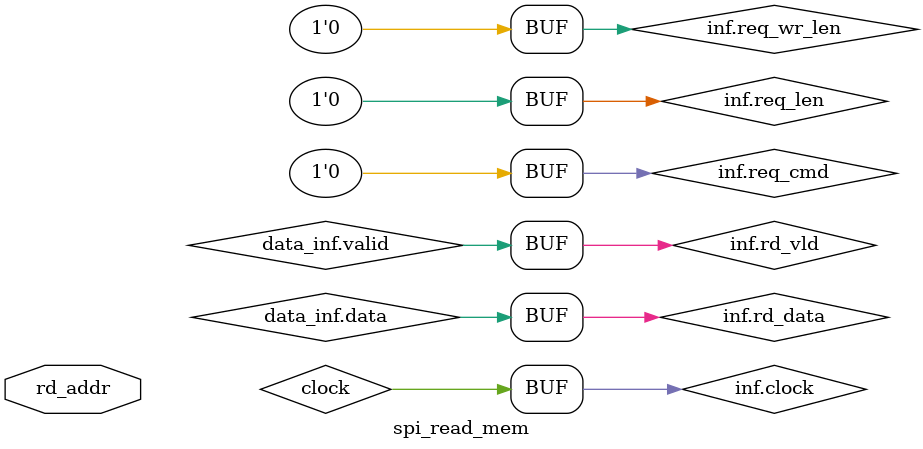
<source format=sv>
/**********************************************
______________                ______________
______________ \  /\  /|\  /| ______________
______________  \/  \/ | \/ | ______________
descript:
author : Young
Version:
creaded: 2016/9/23 下午3:08:31
madified:
***********************************************/
`timescale 1ns/1ps
module spi_read_mem #(
    parameter MODULE_ID = 0,
    parameter CMD       = 0,
    parameter SSIZE     = 1,
    parameter DSIZE     = 8,
    parameter READ_MEM_CMD_X4 = 8'h6B,
    parameter READ_MEM_CMD_X1 = 8'h03
)(
    cmd_inf.slaver      cmd_inf,
    spi_req_inf.master  inf,
    input [3*DSIZE-1:0] rd_addr,
    data_inf.master     data_inf
);
localparam  WR_NUM  = 4;

wire    clock;
wire    rst_n;
assign  clock = inf.clock;
assign  rst_n = inf.rst_n;
//--->> STATE CORE <<--------------
typedef enum {IDLE,EX_REQ,REQ_EXEC,REQ_FSH} REQ_STATE;
REQ_STATE nstate,cstate;

always@(posedge clock,negedge rst_n)
    if(~rst_n)  cstate  <= IDLE;
    else        cstate  <= nstate;


always@(*)
    case(cstate)
    IDLE:
        if(cmd_inf.request && cmd_inf.cmd == CMD)
                nstate  = EX_REQ;
        else    nstate  = IDLE;
    EX_REQ:
        if(inf.busy)
                nstate  = REQ_EXEC;
        else    nstate  = EX_REQ;
    REQ_EXEC:
        if(~inf.busy)
                nstate  = REQ_FSH;
        else    nstate  = REQ_EXEC;
    REQ_FSH:    nstate  = IDLE;
    default:    nstate  = IDLE;
    endcase

reg     busy,finish;

always@(posedge clock,negedge rst_n)
    if(~rst_n)  busy    <= 1'b1;
    else
        case(nstate)
        EX_REQ,REQ_EXEC:
                busy    <= 1'b1;
        default:busy    <= 1'b0;
        endcase

always@(posedge clock,negedge rst_n)
    if(~rst_n)  finish    <= 1'b1;
    else
        case(nstate)
        REQ_FSH:
                finish    <= 1'b1;
        default:finish    <= 1'b0;
        endcase

assign cmd_inf.busy[MODULE_ID]     = busy;
assign cmd_inf.finish[MODULE_ID]   = finish;
//---<< STATE CORE >>--------------
always@(posedge clock,negedge rst_n)
    if(~rst_n)  inf.request <= 1'b0;
    else
        case(nstate)
        EX_REQ: inf.request <= 1'b1;
        default:inf.request <= 1'b0;
        endcase

// always@(posedge clock,negedge rst_n)
//     if(~rst_n)  inf.req_len <= 24'd0;
//     else
//         case(nstate)
//         EX_REQ: inf.req_len <= (BURST_LEN+1+3)*8;
//         default:inf.req_len <= 24'd0;
//         endcase
assign inf.req_len      = (256+WR_NUM)*8/SSIZE;
assign inf.req_wr_len   =  4*8/SSIZE;

reg             wr_data_flag;

always@(posedge clock,negedge rst_n)begin
    if(~rst_n)  wr_data_flag    <= 1'b0;
    else
        case(nstate)
        REQ_EXEC:
                wr_data_flag    <= 1'b1;
        default:wr_data_flag    <= 1'b0;
        endcase
end

typedef enum {DIDLE,SEND_CMD,SEND_ADDR0,SEND_ADDR1,SEND_ADDR2,GET_DATA,SEND_FSH} DATA_STATE;

DATA_STATE  dcstate,dnstate;

always@(posedge clock,negedge rst_n)
    if(~rst_n)  dcstate <= DIDLE;
    else        dcstate <= dnstate;

always@(*)
    case(dcstate)
    DIDLE:
        if(wr_data_flag)
                dnstate = SEND_CMD;
        else    dnstate = DIDLE;
    SEND_CMD:
        if(inf.wr_ready && inf.clk_en)
                dnstate = SEND_ADDR0;
        else    dnstate = SEND_CMD;
    SEND_ADDR0:
        if(inf.wr_ready && inf.clk_en)
                dnstate = SEND_ADDR1;
        else    dnstate = SEND_ADDR0;
    SEND_ADDR1:
        if(inf.wr_ready && inf.clk_en)
                dnstate = SEND_ADDR2;
        else    dnstate = SEND_ADDR1;
    SEND_ADDR2:
        if(inf.wr_ready && inf.clk_en)
                dnstate = GET_DATA;
        else    dnstate = SEND_ADDR2;
    GET_DATA:
        if(~wr_data_flag)
                dnstate = SEND_FSH;
        else    dnstate = GET_DATA;
    SEND_FSH:   dnstate = DIDLE;
    default:    dnstate = DIDLE;
    endcase

reg                 curr_vld;
reg [DSIZE-1:0]     curr_data;


always@(posedge clock,negedge rst_n)
    if(~rst_n)  curr_vld  <= 1'b0;
    else
        case(dnstate)
        SEND_CMD,SEND_ADDR0,SEND_ADDR1,SEND_ADDR2:
            curr_vld    <= 1'b1;
        GET_DATA:begin
            curr_vld   <= 1'b0;
        end
        default: curr_vld   <= 1'b0;
        endcase

assign inf.wr_vld         = curr_vld;

always@(posedge clock,negedge rst_n)
    if(~rst_n)  curr_data  <= {DSIZE{1'b0}};
    else
        case(dnstate)
        SEND_CMD:   curr_data   <= (SSIZE==1)? READ_MEM_CMD_X1 : READ_MEM_CMD_X4;
        SEND_ADDR0: curr_data   <= rd_addr[3*DSIZE-1-:DSIZE];
        SEND_ADDR1: curr_data   <= rd_addr[2*DSIZE-1-:DSIZE];
        SEND_ADDR2: curr_data   <= rd_addr[1*DSIZE-1-:DSIZE];
        GET_DATA:begin
                    curr_data   <= {DSIZE{1'b0}};
        end
        default: curr_data   <= {DSIZE{1'b0}};
        endcase

assign inf.wr_data = curr_data;

assign data_inf.valid   = inf.rd_vld;
assign data_inf.data    = inf.rd_data;
assign inf.rd_ready     = data_inf.ready;
assign inf.req_cmd      = 3'b010;

//--->> DATA OUT <<---------------------
//---<< DATA OUT >>---------------------
endmodule

</source>
